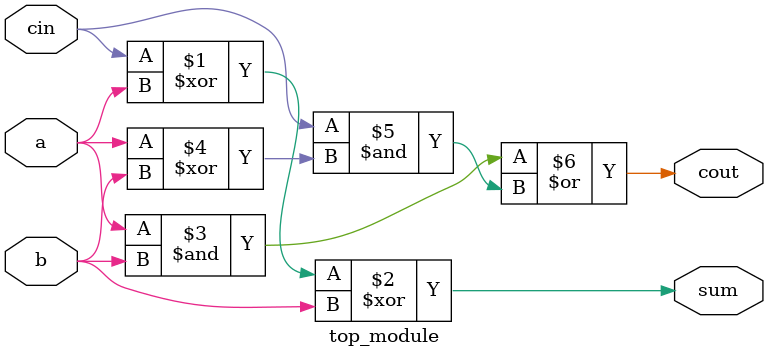
<source format=v>

module top_module( 
    input a, b, cin,
    output cout, sum );

    assign sum = cin^a^b;
    assign cout = (a&b) | (cin&(a^b));
    
endmodule

</source>
